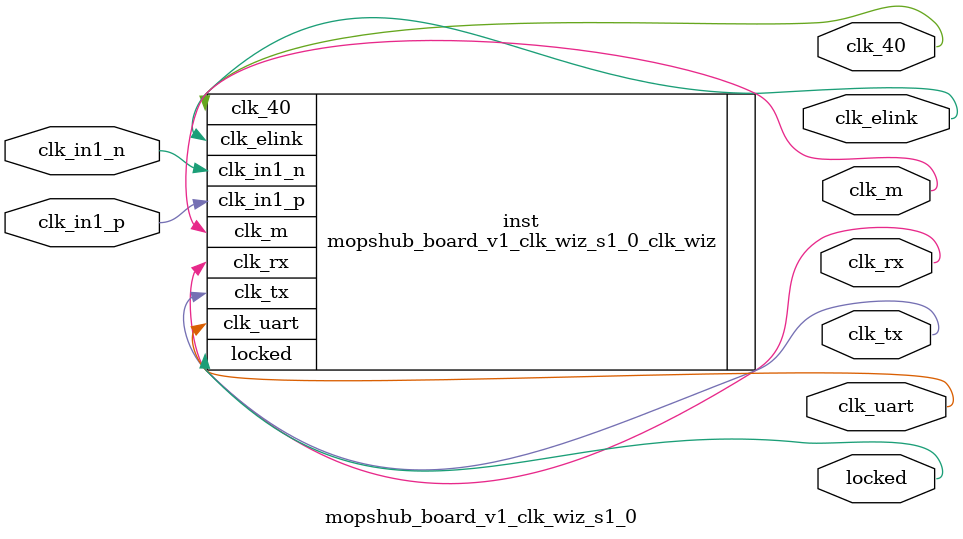
<source format=v>


`timescale 1ps/1ps

(* CORE_GENERATION_INFO = "mopshub_board_v1_clk_wiz_s1_0,clk_wiz_v6_0_6_0_0,{component_name=mopshub_board_v1_clk_wiz_s1_0,use_phase_alignment=true,use_min_o_jitter=false,use_max_i_jitter=false,use_dyn_phase_shift=false,use_inclk_switchover=false,use_dyn_reconfig=false,enable_axi=0,feedback_source=FDBK_AUTO,PRIMITIVE=MMCM,num_out_clk=6,clkin1_period=5.000,clkin2_period=10.000,use_power_down=false,use_reset=false,use_locked=true,use_inclk_stopped=false,feedback_type=SINGLE,CLOCK_MGR_TYPE=NA,manual_override=false}" *)

module mopshub_board_v1_clk_wiz_s1_0 
 (
  // Clock out ports
  output        clk_40,
  output        clk_m,
  output        clk_rx,
  output        clk_tx,
  output        clk_elink,
  output        clk_uart,
  // Status and control signals
  output        locked,
 // Clock in ports
  input         clk_in1_p,
  input         clk_in1_n
 );

  mopshub_board_v1_clk_wiz_s1_0_clk_wiz inst
  (
  // Clock out ports  
  .clk_40(clk_40),
  .clk_m(clk_m),
  .clk_rx(clk_rx),
  .clk_tx(clk_tx),
  .clk_elink(clk_elink),
  .clk_uart(clk_uart),
  // Status and control signals               
  .locked(locked),
 // Clock in ports
  .clk_in1_p(clk_in1_p),
  .clk_in1_n(clk_in1_n)
  );

endmodule

</source>
